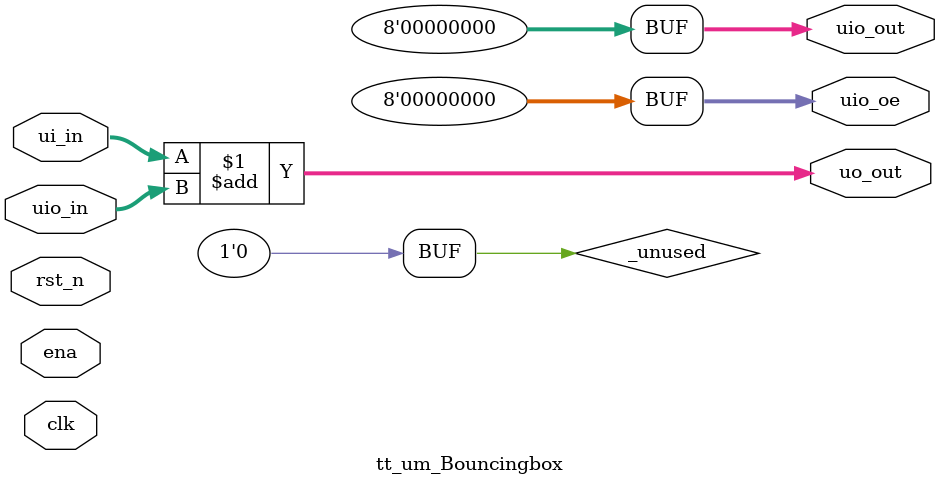
<source format=v>
/*
 * Copyright (c) 2024 Your Name
 * SPDX-License-Identifier: Apache-2.0
 */

`default_nettype none

module tt_um_Bouncingbox (
    input  wire [7:0] ui_in,    // Dedicated inputs
    output wire [7:0] uo_out,   // Dedicated outputs
    input  wire [7:0] uio_in,   // IOs: Input path
    output wire [7:0] uio_out,  // IOs: Output path
    output wire [7:0] uio_oe,   // IOs: Enable path (active high: 0=input, 1=output)
    input  wire       ena,      // always 1 when the design is powered, so you can ignore it
    input  wire       clk,      // clock
    input  wire       rst_n     // reset_n - low to reset
);

  // All output pins must be assigned. If not used, assign to 0.
  assign uo_out  = ui_in + uio_in;  // Example: ou_out is the sum of ui_in and uio_in
  assign uio_out = 0;
  assign uio_oe  = 0;

  // List all unused inputs to prevent warnings
  wire _unused = &{ena, clk, rst_n, 1'b0};

endmodule

</source>
